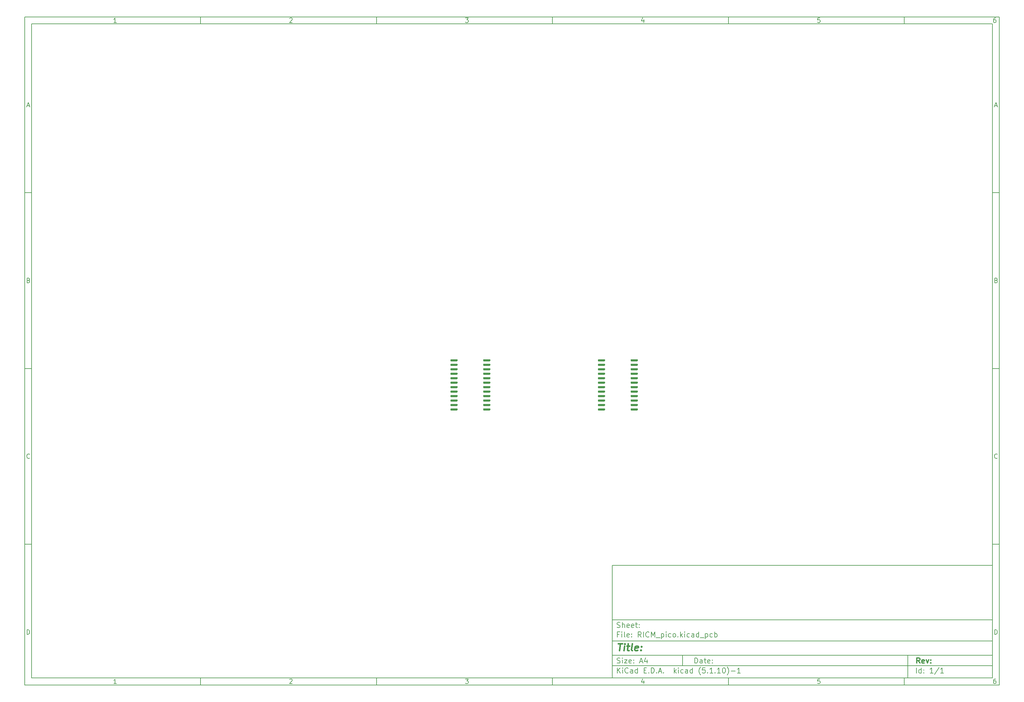
<source format=gtp>
%TF.GenerationSoftware,KiCad,Pcbnew,(5.1.10)-1*%
%TF.CreationDate,2021-08-13T19:33:17-04:00*%
%TF.ProjectId,RICM_pico,5249434d-5f70-4696-936f-2e6b69636164,rev?*%
%TF.SameCoordinates,Original*%
%TF.FileFunction,Paste,Top*%
%TF.FilePolarity,Positive*%
%FSLAX46Y46*%
G04 Gerber Fmt 4.6, Leading zero omitted, Abs format (unit mm)*
G04 Created by KiCad (PCBNEW (5.1.10)-1) date 2021-08-13 19:33:17*
%MOMM*%
%LPD*%
G01*
G04 APERTURE LIST*
%ADD10C,0.100000*%
%ADD11C,0.150000*%
%ADD12C,0.300000*%
%ADD13C,0.400000*%
G04 APERTURE END LIST*
D10*
D11*
X177002200Y-166007200D02*
X177002200Y-198007200D01*
X285002200Y-198007200D01*
X285002200Y-166007200D01*
X177002200Y-166007200D01*
D10*
D11*
X10000000Y-10000000D02*
X10000000Y-200007200D01*
X287002200Y-200007200D01*
X287002200Y-10000000D01*
X10000000Y-10000000D01*
D10*
D11*
X12000000Y-12000000D02*
X12000000Y-198007200D01*
X285002200Y-198007200D01*
X285002200Y-12000000D01*
X12000000Y-12000000D01*
D10*
D11*
X60000000Y-12000000D02*
X60000000Y-10000000D01*
D10*
D11*
X110000000Y-12000000D02*
X110000000Y-10000000D01*
D10*
D11*
X160000000Y-12000000D02*
X160000000Y-10000000D01*
D10*
D11*
X210000000Y-12000000D02*
X210000000Y-10000000D01*
D10*
D11*
X260000000Y-12000000D02*
X260000000Y-10000000D01*
D10*
D11*
X36065476Y-11588095D02*
X35322619Y-11588095D01*
X35694047Y-11588095D02*
X35694047Y-10288095D01*
X35570238Y-10473809D01*
X35446428Y-10597619D01*
X35322619Y-10659523D01*
D10*
D11*
X85322619Y-10411904D02*
X85384523Y-10350000D01*
X85508333Y-10288095D01*
X85817857Y-10288095D01*
X85941666Y-10350000D01*
X86003571Y-10411904D01*
X86065476Y-10535714D01*
X86065476Y-10659523D01*
X86003571Y-10845238D01*
X85260714Y-11588095D01*
X86065476Y-11588095D01*
D10*
D11*
X135260714Y-10288095D02*
X136065476Y-10288095D01*
X135632142Y-10783333D01*
X135817857Y-10783333D01*
X135941666Y-10845238D01*
X136003571Y-10907142D01*
X136065476Y-11030952D01*
X136065476Y-11340476D01*
X136003571Y-11464285D01*
X135941666Y-11526190D01*
X135817857Y-11588095D01*
X135446428Y-11588095D01*
X135322619Y-11526190D01*
X135260714Y-11464285D01*
D10*
D11*
X185941666Y-10721428D02*
X185941666Y-11588095D01*
X185632142Y-10226190D02*
X185322619Y-11154761D01*
X186127380Y-11154761D01*
D10*
D11*
X236003571Y-10288095D02*
X235384523Y-10288095D01*
X235322619Y-10907142D01*
X235384523Y-10845238D01*
X235508333Y-10783333D01*
X235817857Y-10783333D01*
X235941666Y-10845238D01*
X236003571Y-10907142D01*
X236065476Y-11030952D01*
X236065476Y-11340476D01*
X236003571Y-11464285D01*
X235941666Y-11526190D01*
X235817857Y-11588095D01*
X235508333Y-11588095D01*
X235384523Y-11526190D01*
X235322619Y-11464285D01*
D10*
D11*
X285941666Y-10288095D02*
X285694047Y-10288095D01*
X285570238Y-10350000D01*
X285508333Y-10411904D01*
X285384523Y-10597619D01*
X285322619Y-10845238D01*
X285322619Y-11340476D01*
X285384523Y-11464285D01*
X285446428Y-11526190D01*
X285570238Y-11588095D01*
X285817857Y-11588095D01*
X285941666Y-11526190D01*
X286003571Y-11464285D01*
X286065476Y-11340476D01*
X286065476Y-11030952D01*
X286003571Y-10907142D01*
X285941666Y-10845238D01*
X285817857Y-10783333D01*
X285570238Y-10783333D01*
X285446428Y-10845238D01*
X285384523Y-10907142D01*
X285322619Y-11030952D01*
D10*
D11*
X60000000Y-198007200D02*
X60000000Y-200007200D01*
D10*
D11*
X110000000Y-198007200D02*
X110000000Y-200007200D01*
D10*
D11*
X160000000Y-198007200D02*
X160000000Y-200007200D01*
D10*
D11*
X210000000Y-198007200D02*
X210000000Y-200007200D01*
D10*
D11*
X260000000Y-198007200D02*
X260000000Y-200007200D01*
D10*
D11*
X36065476Y-199595295D02*
X35322619Y-199595295D01*
X35694047Y-199595295D02*
X35694047Y-198295295D01*
X35570238Y-198481009D01*
X35446428Y-198604819D01*
X35322619Y-198666723D01*
D10*
D11*
X85322619Y-198419104D02*
X85384523Y-198357200D01*
X85508333Y-198295295D01*
X85817857Y-198295295D01*
X85941666Y-198357200D01*
X86003571Y-198419104D01*
X86065476Y-198542914D01*
X86065476Y-198666723D01*
X86003571Y-198852438D01*
X85260714Y-199595295D01*
X86065476Y-199595295D01*
D10*
D11*
X135260714Y-198295295D02*
X136065476Y-198295295D01*
X135632142Y-198790533D01*
X135817857Y-198790533D01*
X135941666Y-198852438D01*
X136003571Y-198914342D01*
X136065476Y-199038152D01*
X136065476Y-199347676D01*
X136003571Y-199471485D01*
X135941666Y-199533390D01*
X135817857Y-199595295D01*
X135446428Y-199595295D01*
X135322619Y-199533390D01*
X135260714Y-199471485D01*
D10*
D11*
X185941666Y-198728628D02*
X185941666Y-199595295D01*
X185632142Y-198233390D02*
X185322619Y-199161961D01*
X186127380Y-199161961D01*
D10*
D11*
X236003571Y-198295295D02*
X235384523Y-198295295D01*
X235322619Y-198914342D01*
X235384523Y-198852438D01*
X235508333Y-198790533D01*
X235817857Y-198790533D01*
X235941666Y-198852438D01*
X236003571Y-198914342D01*
X236065476Y-199038152D01*
X236065476Y-199347676D01*
X236003571Y-199471485D01*
X235941666Y-199533390D01*
X235817857Y-199595295D01*
X235508333Y-199595295D01*
X235384523Y-199533390D01*
X235322619Y-199471485D01*
D10*
D11*
X285941666Y-198295295D02*
X285694047Y-198295295D01*
X285570238Y-198357200D01*
X285508333Y-198419104D01*
X285384523Y-198604819D01*
X285322619Y-198852438D01*
X285322619Y-199347676D01*
X285384523Y-199471485D01*
X285446428Y-199533390D01*
X285570238Y-199595295D01*
X285817857Y-199595295D01*
X285941666Y-199533390D01*
X286003571Y-199471485D01*
X286065476Y-199347676D01*
X286065476Y-199038152D01*
X286003571Y-198914342D01*
X285941666Y-198852438D01*
X285817857Y-198790533D01*
X285570238Y-198790533D01*
X285446428Y-198852438D01*
X285384523Y-198914342D01*
X285322619Y-199038152D01*
D10*
D11*
X10000000Y-60000000D02*
X12000000Y-60000000D01*
D10*
D11*
X10000000Y-110000000D02*
X12000000Y-110000000D01*
D10*
D11*
X10000000Y-160000000D02*
X12000000Y-160000000D01*
D10*
D11*
X10690476Y-35216666D02*
X11309523Y-35216666D01*
X10566666Y-35588095D02*
X11000000Y-34288095D01*
X11433333Y-35588095D01*
D10*
D11*
X11092857Y-84907142D02*
X11278571Y-84969047D01*
X11340476Y-85030952D01*
X11402380Y-85154761D01*
X11402380Y-85340476D01*
X11340476Y-85464285D01*
X11278571Y-85526190D01*
X11154761Y-85588095D01*
X10659523Y-85588095D01*
X10659523Y-84288095D01*
X11092857Y-84288095D01*
X11216666Y-84350000D01*
X11278571Y-84411904D01*
X11340476Y-84535714D01*
X11340476Y-84659523D01*
X11278571Y-84783333D01*
X11216666Y-84845238D01*
X11092857Y-84907142D01*
X10659523Y-84907142D01*
D10*
D11*
X11402380Y-135464285D02*
X11340476Y-135526190D01*
X11154761Y-135588095D01*
X11030952Y-135588095D01*
X10845238Y-135526190D01*
X10721428Y-135402380D01*
X10659523Y-135278571D01*
X10597619Y-135030952D01*
X10597619Y-134845238D01*
X10659523Y-134597619D01*
X10721428Y-134473809D01*
X10845238Y-134350000D01*
X11030952Y-134288095D01*
X11154761Y-134288095D01*
X11340476Y-134350000D01*
X11402380Y-134411904D01*
D10*
D11*
X10659523Y-185588095D02*
X10659523Y-184288095D01*
X10969047Y-184288095D01*
X11154761Y-184350000D01*
X11278571Y-184473809D01*
X11340476Y-184597619D01*
X11402380Y-184845238D01*
X11402380Y-185030952D01*
X11340476Y-185278571D01*
X11278571Y-185402380D01*
X11154761Y-185526190D01*
X10969047Y-185588095D01*
X10659523Y-185588095D01*
D10*
D11*
X287002200Y-60000000D02*
X285002200Y-60000000D01*
D10*
D11*
X287002200Y-110000000D02*
X285002200Y-110000000D01*
D10*
D11*
X287002200Y-160000000D02*
X285002200Y-160000000D01*
D10*
D11*
X285692676Y-35216666D02*
X286311723Y-35216666D01*
X285568866Y-35588095D02*
X286002200Y-34288095D01*
X286435533Y-35588095D01*
D10*
D11*
X286095057Y-84907142D02*
X286280771Y-84969047D01*
X286342676Y-85030952D01*
X286404580Y-85154761D01*
X286404580Y-85340476D01*
X286342676Y-85464285D01*
X286280771Y-85526190D01*
X286156961Y-85588095D01*
X285661723Y-85588095D01*
X285661723Y-84288095D01*
X286095057Y-84288095D01*
X286218866Y-84350000D01*
X286280771Y-84411904D01*
X286342676Y-84535714D01*
X286342676Y-84659523D01*
X286280771Y-84783333D01*
X286218866Y-84845238D01*
X286095057Y-84907142D01*
X285661723Y-84907142D01*
D10*
D11*
X286404580Y-135464285D02*
X286342676Y-135526190D01*
X286156961Y-135588095D01*
X286033152Y-135588095D01*
X285847438Y-135526190D01*
X285723628Y-135402380D01*
X285661723Y-135278571D01*
X285599819Y-135030952D01*
X285599819Y-134845238D01*
X285661723Y-134597619D01*
X285723628Y-134473809D01*
X285847438Y-134350000D01*
X286033152Y-134288095D01*
X286156961Y-134288095D01*
X286342676Y-134350000D01*
X286404580Y-134411904D01*
D10*
D11*
X285661723Y-185588095D02*
X285661723Y-184288095D01*
X285971247Y-184288095D01*
X286156961Y-184350000D01*
X286280771Y-184473809D01*
X286342676Y-184597619D01*
X286404580Y-184845238D01*
X286404580Y-185030952D01*
X286342676Y-185278571D01*
X286280771Y-185402380D01*
X286156961Y-185526190D01*
X285971247Y-185588095D01*
X285661723Y-185588095D01*
D10*
D11*
X200434342Y-193785771D02*
X200434342Y-192285771D01*
X200791485Y-192285771D01*
X201005771Y-192357200D01*
X201148628Y-192500057D01*
X201220057Y-192642914D01*
X201291485Y-192928628D01*
X201291485Y-193142914D01*
X201220057Y-193428628D01*
X201148628Y-193571485D01*
X201005771Y-193714342D01*
X200791485Y-193785771D01*
X200434342Y-193785771D01*
X202577200Y-193785771D02*
X202577200Y-193000057D01*
X202505771Y-192857200D01*
X202362914Y-192785771D01*
X202077200Y-192785771D01*
X201934342Y-192857200D01*
X202577200Y-193714342D02*
X202434342Y-193785771D01*
X202077200Y-193785771D01*
X201934342Y-193714342D01*
X201862914Y-193571485D01*
X201862914Y-193428628D01*
X201934342Y-193285771D01*
X202077200Y-193214342D01*
X202434342Y-193214342D01*
X202577200Y-193142914D01*
X203077200Y-192785771D02*
X203648628Y-192785771D01*
X203291485Y-192285771D02*
X203291485Y-193571485D01*
X203362914Y-193714342D01*
X203505771Y-193785771D01*
X203648628Y-193785771D01*
X204720057Y-193714342D02*
X204577200Y-193785771D01*
X204291485Y-193785771D01*
X204148628Y-193714342D01*
X204077200Y-193571485D01*
X204077200Y-193000057D01*
X204148628Y-192857200D01*
X204291485Y-192785771D01*
X204577200Y-192785771D01*
X204720057Y-192857200D01*
X204791485Y-193000057D01*
X204791485Y-193142914D01*
X204077200Y-193285771D01*
X205434342Y-193642914D02*
X205505771Y-193714342D01*
X205434342Y-193785771D01*
X205362914Y-193714342D01*
X205434342Y-193642914D01*
X205434342Y-193785771D01*
X205434342Y-192857200D02*
X205505771Y-192928628D01*
X205434342Y-193000057D01*
X205362914Y-192928628D01*
X205434342Y-192857200D01*
X205434342Y-193000057D01*
D10*
D11*
X177002200Y-194507200D02*
X285002200Y-194507200D01*
D10*
D11*
X178434342Y-196585771D02*
X178434342Y-195085771D01*
X179291485Y-196585771D02*
X178648628Y-195728628D01*
X179291485Y-195085771D02*
X178434342Y-195942914D01*
X179934342Y-196585771D02*
X179934342Y-195585771D01*
X179934342Y-195085771D02*
X179862914Y-195157200D01*
X179934342Y-195228628D01*
X180005771Y-195157200D01*
X179934342Y-195085771D01*
X179934342Y-195228628D01*
X181505771Y-196442914D02*
X181434342Y-196514342D01*
X181220057Y-196585771D01*
X181077200Y-196585771D01*
X180862914Y-196514342D01*
X180720057Y-196371485D01*
X180648628Y-196228628D01*
X180577200Y-195942914D01*
X180577200Y-195728628D01*
X180648628Y-195442914D01*
X180720057Y-195300057D01*
X180862914Y-195157200D01*
X181077200Y-195085771D01*
X181220057Y-195085771D01*
X181434342Y-195157200D01*
X181505771Y-195228628D01*
X182791485Y-196585771D02*
X182791485Y-195800057D01*
X182720057Y-195657200D01*
X182577200Y-195585771D01*
X182291485Y-195585771D01*
X182148628Y-195657200D01*
X182791485Y-196514342D02*
X182648628Y-196585771D01*
X182291485Y-196585771D01*
X182148628Y-196514342D01*
X182077200Y-196371485D01*
X182077200Y-196228628D01*
X182148628Y-196085771D01*
X182291485Y-196014342D01*
X182648628Y-196014342D01*
X182791485Y-195942914D01*
X184148628Y-196585771D02*
X184148628Y-195085771D01*
X184148628Y-196514342D02*
X184005771Y-196585771D01*
X183720057Y-196585771D01*
X183577200Y-196514342D01*
X183505771Y-196442914D01*
X183434342Y-196300057D01*
X183434342Y-195871485D01*
X183505771Y-195728628D01*
X183577200Y-195657200D01*
X183720057Y-195585771D01*
X184005771Y-195585771D01*
X184148628Y-195657200D01*
X186005771Y-195800057D02*
X186505771Y-195800057D01*
X186720057Y-196585771D02*
X186005771Y-196585771D01*
X186005771Y-195085771D01*
X186720057Y-195085771D01*
X187362914Y-196442914D02*
X187434342Y-196514342D01*
X187362914Y-196585771D01*
X187291485Y-196514342D01*
X187362914Y-196442914D01*
X187362914Y-196585771D01*
X188077200Y-196585771D02*
X188077200Y-195085771D01*
X188434342Y-195085771D01*
X188648628Y-195157200D01*
X188791485Y-195300057D01*
X188862914Y-195442914D01*
X188934342Y-195728628D01*
X188934342Y-195942914D01*
X188862914Y-196228628D01*
X188791485Y-196371485D01*
X188648628Y-196514342D01*
X188434342Y-196585771D01*
X188077200Y-196585771D01*
X189577200Y-196442914D02*
X189648628Y-196514342D01*
X189577200Y-196585771D01*
X189505771Y-196514342D01*
X189577200Y-196442914D01*
X189577200Y-196585771D01*
X190220057Y-196157200D02*
X190934342Y-196157200D01*
X190077200Y-196585771D02*
X190577200Y-195085771D01*
X191077200Y-196585771D01*
X191577200Y-196442914D02*
X191648628Y-196514342D01*
X191577200Y-196585771D01*
X191505771Y-196514342D01*
X191577200Y-196442914D01*
X191577200Y-196585771D01*
X194577200Y-196585771D02*
X194577200Y-195085771D01*
X194720057Y-196014342D02*
X195148628Y-196585771D01*
X195148628Y-195585771D02*
X194577200Y-196157200D01*
X195791485Y-196585771D02*
X195791485Y-195585771D01*
X195791485Y-195085771D02*
X195720057Y-195157200D01*
X195791485Y-195228628D01*
X195862914Y-195157200D01*
X195791485Y-195085771D01*
X195791485Y-195228628D01*
X197148628Y-196514342D02*
X197005771Y-196585771D01*
X196720057Y-196585771D01*
X196577200Y-196514342D01*
X196505771Y-196442914D01*
X196434342Y-196300057D01*
X196434342Y-195871485D01*
X196505771Y-195728628D01*
X196577200Y-195657200D01*
X196720057Y-195585771D01*
X197005771Y-195585771D01*
X197148628Y-195657200D01*
X198434342Y-196585771D02*
X198434342Y-195800057D01*
X198362914Y-195657200D01*
X198220057Y-195585771D01*
X197934342Y-195585771D01*
X197791485Y-195657200D01*
X198434342Y-196514342D02*
X198291485Y-196585771D01*
X197934342Y-196585771D01*
X197791485Y-196514342D01*
X197720057Y-196371485D01*
X197720057Y-196228628D01*
X197791485Y-196085771D01*
X197934342Y-196014342D01*
X198291485Y-196014342D01*
X198434342Y-195942914D01*
X199791485Y-196585771D02*
X199791485Y-195085771D01*
X199791485Y-196514342D02*
X199648628Y-196585771D01*
X199362914Y-196585771D01*
X199220057Y-196514342D01*
X199148628Y-196442914D01*
X199077200Y-196300057D01*
X199077200Y-195871485D01*
X199148628Y-195728628D01*
X199220057Y-195657200D01*
X199362914Y-195585771D01*
X199648628Y-195585771D01*
X199791485Y-195657200D01*
X202077200Y-197157200D02*
X202005771Y-197085771D01*
X201862914Y-196871485D01*
X201791485Y-196728628D01*
X201720057Y-196514342D01*
X201648628Y-196157200D01*
X201648628Y-195871485D01*
X201720057Y-195514342D01*
X201791485Y-195300057D01*
X201862914Y-195157200D01*
X202005771Y-194942914D01*
X202077200Y-194871485D01*
X203362914Y-195085771D02*
X202648628Y-195085771D01*
X202577200Y-195800057D01*
X202648628Y-195728628D01*
X202791485Y-195657200D01*
X203148628Y-195657200D01*
X203291485Y-195728628D01*
X203362914Y-195800057D01*
X203434342Y-195942914D01*
X203434342Y-196300057D01*
X203362914Y-196442914D01*
X203291485Y-196514342D01*
X203148628Y-196585771D01*
X202791485Y-196585771D01*
X202648628Y-196514342D01*
X202577200Y-196442914D01*
X204077200Y-196442914D02*
X204148628Y-196514342D01*
X204077200Y-196585771D01*
X204005771Y-196514342D01*
X204077200Y-196442914D01*
X204077200Y-196585771D01*
X205577200Y-196585771D02*
X204720057Y-196585771D01*
X205148628Y-196585771D02*
X205148628Y-195085771D01*
X205005771Y-195300057D01*
X204862914Y-195442914D01*
X204720057Y-195514342D01*
X206220057Y-196442914D02*
X206291485Y-196514342D01*
X206220057Y-196585771D01*
X206148628Y-196514342D01*
X206220057Y-196442914D01*
X206220057Y-196585771D01*
X207720057Y-196585771D02*
X206862914Y-196585771D01*
X207291485Y-196585771D02*
X207291485Y-195085771D01*
X207148628Y-195300057D01*
X207005771Y-195442914D01*
X206862914Y-195514342D01*
X208648628Y-195085771D02*
X208791485Y-195085771D01*
X208934342Y-195157200D01*
X209005771Y-195228628D01*
X209077200Y-195371485D01*
X209148628Y-195657200D01*
X209148628Y-196014342D01*
X209077200Y-196300057D01*
X209005771Y-196442914D01*
X208934342Y-196514342D01*
X208791485Y-196585771D01*
X208648628Y-196585771D01*
X208505771Y-196514342D01*
X208434342Y-196442914D01*
X208362914Y-196300057D01*
X208291485Y-196014342D01*
X208291485Y-195657200D01*
X208362914Y-195371485D01*
X208434342Y-195228628D01*
X208505771Y-195157200D01*
X208648628Y-195085771D01*
X209648628Y-197157200D02*
X209720057Y-197085771D01*
X209862914Y-196871485D01*
X209934342Y-196728628D01*
X210005771Y-196514342D01*
X210077200Y-196157200D01*
X210077200Y-195871485D01*
X210005771Y-195514342D01*
X209934342Y-195300057D01*
X209862914Y-195157200D01*
X209720057Y-194942914D01*
X209648628Y-194871485D01*
X210791485Y-196014342D02*
X211934342Y-196014342D01*
X213434342Y-196585771D02*
X212577200Y-196585771D01*
X213005771Y-196585771D02*
X213005771Y-195085771D01*
X212862914Y-195300057D01*
X212720057Y-195442914D01*
X212577200Y-195514342D01*
D10*
D11*
X177002200Y-191507200D02*
X285002200Y-191507200D01*
D10*
D12*
X264411485Y-193785771D02*
X263911485Y-193071485D01*
X263554342Y-193785771D02*
X263554342Y-192285771D01*
X264125771Y-192285771D01*
X264268628Y-192357200D01*
X264340057Y-192428628D01*
X264411485Y-192571485D01*
X264411485Y-192785771D01*
X264340057Y-192928628D01*
X264268628Y-193000057D01*
X264125771Y-193071485D01*
X263554342Y-193071485D01*
X265625771Y-193714342D02*
X265482914Y-193785771D01*
X265197200Y-193785771D01*
X265054342Y-193714342D01*
X264982914Y-193571485D01*
X264982914Y-193000057D01*
X265054342Y-192857200D01*
X265197200Y-192785771D01*
X265482914Y-192785771D01*
X265625771Y-192857200D01*
X265697200Y-193000057D01*
X265697200Y-193142914D01*
X264982914Y-193285771D01*
X266197200Y-192785771D02*
X266554342Y-193785771D01*
X266911485Y-192785771D01*
X267482914Y-193642914D02*
X267554342Y-193714342D01*
X267482914Y-193785771D01*
X267411485Y-193714342D01*
X267482914Y-193642914D01*
X267482914Y-193785771D01*
X267482914Y-192857200D02*
X267554342Y-192928628D01*
X267482914Y-193000057D01*
X267411485Y-192928628D01*
X267482914Y-192857200D01*
X267482914Y-193000057D01*
D10*
D11*
X178362914Y-193714342D02*
X178577200Y-193785771D01*
X178934342Y-193785771D01*
X179077200Y-193714342D01*
X179148628Y-193642914D01*
X179220057Y-193500057D01*
X179220057Y-193357200D01*
X179148628Y-193214342D01*
X179077200Y-193142914D01*
X178934342Y-193071485D01*
X178648628Y-193000057D01*
X178505771Y-192928628D01*
X178434342Y-192857200D01*
X178362914Y-192714342D01*
X178362914Y-192571485D01*
X178434342Y-192428628D01*
X178505771Y-192357200D01*
X178648628Y-192285771D01*
X179005771Y-192285771D01*
X179220057Y-192357200D01*
X179862914Y-193785771D02*
X179862914Y-192785771D01*
X179862914Y-192285771D02*
X179791485Y-192357200D01*
X179862914Y-192428628D01*
X179934342Y-192357200D01*
X179862914Y-192285771D01*
X179862914Y-192428628D01*
X180434342Y-192785771D02*
X181220057Y-192785771D01*
X180434342Y-193785771D01*
X181220057Y-193785771D01*
X182362914Y-193714342D02*
X182220057Y-193785771D01*
X181934342Y-193785771D01*
X181791485Y-193714342D01*
X181720057Y-193571485D01*
X181720057Y-193000057D01*
X181791485Y-192857200D01*
X181934342Y-192785771D01*
X182220057Y-192785771D01*
X182362914Y-192857200D01*
X182434342Y-193000057D01*
X182434342Y-193142914D01*
X181720057Y-193285771D01*
X183077200Y-193642914D02*
X183148628Y-193714342D01*
X183077200Y-193785771D01*
X183005771Y-193714342D01*
X183077200Y-193642914D01*
X183077200Y-193785771D01*
X183077200Y-192857200D02*
X183148628Y-192928628D01*
X183077200Y-193000057D01*
X183005771Y-192928628D01*
X183077200Y-192857200D01*
X183077200Y-193000057D01*
X184862914Y-193357200D02*
X185577200Y-193357200D01*
X184720057Y-193785771D02*
X185220057Y-192285771D01*
X185720057Y-193785771D01*
X186862914Y-192785771D02*
X186862914Y-193785771D01*
X186505771Y-192214342D02*
X186148628Y-193285771D01*
X187077200Y-193285771D01*
D10*
D11*
X263434342Y-196585771D02*
X263434342Y-195085771D01*
X264791485Y-196585771D02*
X264791485Y-195085771D01*
X264791485Y-196514342D02*
X264648628Y-196585771D01*
X264362914Y-196585771D01*
X264220057Y-196514342D01*
X264148628Y-196442914D01*
X264077200Y-196300057D01*
X264077200Y-195871485D01*
X264148628Y-195728628D01*
X264220057Y-195657200D01*
X264362914Y-195585771D01*
X264648628Y-195585771D01*
X264791485Y-195657200D01*
X265505771Y-196442914D02*
X265577200Y-196514342D01*
X265505771Y-196585771D01*
X265434342Y-196514342D01*
X265505771Y-196442914D01*
X265505771Y-196585771D01*
X265505771Y-195657200D02*
X265577200Y-195728628D01*
X265505771Y-195800057D01*
X265434342Y-195728628D01*
X265505771Y-195657200D01*
X265505771Y-195800057D01*
X268148628Y-196585771D02*
X267291485Y-196585771D01*
X267720057Y-196585771D02*
X267720057Y-195085771D01*
X267577200Y-195300057D01*
X267434342Y-195442914D01*
X267291485Y-195514342D01*
X269862914Y-195014342D02*
X268577200Y-196942914D01*
X271148628Y-196585771D02*
X270291485Y-196585771D01*
X270720057Y-196585771D02*
X270720057Y-195085771D01*
X270577200Y-195300057D01*
X270434342Y-195442914D01*
X270291485Y-195514342D01*
D10*
D11*
X177002200Y-187507200D02*
X285002200Y-187507200D01*
D10*
D13*
X178714580Y-188211961D02*
X179857438Y-188211961D01*
X179036009Y-190211961D02*
X179286009Y-188211961D01*
X180274104Y-190211961D02*
X180440771Y-188878628D01*
X180524104Y-188211961D02*
X180416961Y-188307200D01*
X180500295Y-188402438D01*
X180607438Y-188307200D01*
X180524104Y-188211961D01*
X180500295Y-188402438D01*
X181107438Y-188878628D02*
X181869342Y-188878628D01*
X181476485Y-188211961D02*
X181262200Y-189926247D01*
X181333628Y-190116723D01*
X181512200Y-190211961D01*
X181702676Y-190211961D01*
X182655057Y-190211961D02*
X182476485Y-190116723D01*
X182405057Y-189926247D01*
X182619342Y-188211961D01*
X184190771Y-190116723D02*
X183988390Y-190211961D01*
X183607438Y-190211961D01*
X183428866Y-190116723D01*
X183357438Y-189926247D01*
X183452676Y-189164342D01*
X183571723Y-188973866D01*
X183774104Y-188878628D01*
X184155057Y-188878628D01*
X184333628Y-188973866D01*
X184405057Y-189164342D01*
X184381247Y-189354819D01*
X183405057Y-189545295D01*
X185155057Y-190021485D02*
X185238390Y-190116723D01*
X185131247Y-190211961D01*
X185047914Y-190116723D01*
X185155057Y-190021485D01*
X185131247Y-190211961D01*
X185286009Y-188973866D02*
X185369342Y-189069104D01*
X185262200Y-189164342D01*
X185178866Y-189069104D01*
X185286009Y-188973866D01*
X185262200Y-189164342D01*
D10*
D11*
X178934342Y-185600057D02*
X178434342Y-185600057D01*
X178434342Y-186385771D02*
X178434342Y-184885771D01*
X179148628Y-184885771D01*
X179720057Y-186385771D02*
X179720057Y-185385771D01*
X179720057Y-184885771D02*
X179648628Y-184957200D01*
X179720057Y-185028628D01*
X179791485Y-184957200D01*
X179720057Y-184885771D01*
X179720057Y-185028628D01*
X180648628Y-186385771D02*
X180505771Y-186314342D01*
X180434342Y-186171485D01*
X180434342Y-184885771D01*
X181791485Y-186314342D02*
X181648628Y-186385771D01*
X181362914Y-186385771D01*
X181220057Y-186314342D01*
X181148628Y-186171485D01*
X181148628Y-185600057D01*
X181220057Y-185457200D01*
X181362914Y-185385771D01*
X181648628Y-185385771D01*
X181791485Y-185457200D01*
X181862914Y-185600057D01*
X181862914Y-185742914D01*
X181148628Y-185885771D01*
X182505771Y-186242914D02*
X182577200Y-186314342D01*
X182505771Y-186385771D01*
X182434342Y-186314342D01*
X182505771Y-186242914D01*
X182505771Y-186385771D01*
X182505771Y-185457200D02*
X182577200Y-185528628D01*
X182505771Y-185600057D01*
X182434342Y-185528628D01*
X182505771Y-185457200D01*
X182505771Y-185600057D01*
X185220057Y-186385771D02*
X184720057Y-185671485D01*
X184362914Y-186385771D02*
X184362914Y-184885771D01*
X184934342Y-184885771D01*
X185077200Y-184957200D01*
X185148628Y-185028628D01*
X185220057Y-185171485D01*
X185220057Y-185385771D01*
X185148628Y-185528628D01*
X185077200Y-185600057D01*
X184934342Y-185671485D01*
X184362914Y-185671485D01*
X185862914Y-186385771D02*
X185862914Y-184885771D01*
X187434342Y-186242914D02*
X187362914Y-186314342D01*
X187148628Y-186385771D01*
X187005771Y-186385771D01*
X186791485Y-186314342D01*
X186648628Y-186171485D01*
X186577200Y-186028628D01*
X186505771Y-185742914D01*
X186505771Y-185528628D01*
X186577200Y-185242914D01*
X186648628Y-185100057D01*
X186791485Y-184957200D01*
X187005771Y-184885771D01*
X187148628Y-184885771D01*
X187362914Y-184957200D01*
X187434342Y-185028628D01*
X188077200Y-186385771D02*
X188077200Y-184885771D01*
X188577200Y-185957200D01*
X189077200Y-184885771D01*
X189077200Y-186385771D01*
X189434342Y-186528628D02*
X190577200Y-186528628D01*
X190934342Y-185385771D02*
X190934342Y-186885771D01*
X190934342Y-185457200D02*
X191077200Y-185385771D01*
X191362914Y-185385771D01*
X191505771Y-185457200D01*
X191577200Y-185528628D01*
X191648628Y-185671485D01*
X191648628Y-186100057D01*
X191577200Y-186242914D01*
X191505771Y-186314342D01*
X191362914Y-186385771D01*
X191077200Y-186385771D01*
X190934342Y-186314342D01*
X192291485Y-186385771D02*
X192291485Y-185385771D01*
X192291485Y-184885771D02*
X192220057Y-184957200D01*
X192291485Y-185028628D01*
X192362914Y-184957200D01*
X192291485Y-184885771D01*
X192291485Y-185028628D01*
X193648628Y-186314342D02*
X193505771Y-186385771D01*
X193220057Y-186385771D01*
X193077200Y-186314342D01*
X193005771Y-186242914D01*
X192934342Y-186100057D01*
X192934342Y-185671485D01*
X193005771Y-185528628D01*
X193077200Y-185457200D01*
X193220057Y-185385771D01*
X193505771Y-185385771D01*
X193648628Y-185457200D01*
X194505771Y-186385771D02*
X194362914Y-186314342D01*
X194291485Y-186242914D01*
X194220057Y-186100057D01*
X194220057Y-185671485D01*
X194291485Y-185528628D01*
X194362914Y-185457200D01*
X194505771Y-185385771D01*
X194720057Y-185385771D01*
X194862914Y-185457200D01*
X194934342Y-185528628D01*
X195005771Y-185671485D01*
X195005771Y-186100057D01*
X194934342Y-186242914D01*
X194862914Y-186314342D01*
X194720057Y-186385771D01*
X194505771Y-186385771D01*
X195648628Y-186242914D02*
X195720057Y-186314342D01*
X195648628Y-186385771D01*
X195577200Y-186314342D01*
X195648628Y-186242914D01*
X195648628Y-186385771D01*
X196362914Y-186385771D02*
X196362914Y-184885771D01*
X196505771Y-185814342D02*
X196934342Y-186385771D01*
X196934342Y-185385771D02*
X196362914Y-185957200D01*
X197577200Y-186385771D02*
X197577200Y-185385771D01*
X197577200Y-184885771D02*
X197505771Y-184957200D01*
X197577200Y-185028628D01*
X197648628Y-184957200D01*
X197577200Y-184885771D01*
X197577200Y-185028628D01*
X198934342Y-186314342D02*
X198791485Y-186385771D01*
X198505771Y-186385771D01*
X198362914Y-186314342D01*
X198291485Y-186242914D01*
X198220057Y-186100057D01*
X198220057Y-185671485D01*
X198291485Y-185528628D01*
X198362914Y-185457200D01*
X198505771Y-185385771D01*
X198791485Y-185385771D01*
X198934342Y-185457200D01*
X200220057Y-186385771D02*
X200220057Y-185600057D01*
X200148628Y-185457200D01*
X200005771Y-185385771D01*
X199720057Y-185385771D01*
X199577200Y-185457200D01*
X200220057Y-186314342D02*
X200077200Y-186385771D01*
X199720057Y-186385771D01*
X199577200Y-186314342D01*
X199505771Y-186171485D01*
X199505771Y-186028628D01*
X199577200Y-185885771D01*
X199720057Y-185814342D01*
X200077200Y-185814342D01*
X200220057Y-185742914D01*
X201577200Y-186385771D02*
X201577200Y-184885771D01*
X201577200Y-186314342D02*
X201434342Y-186385771D01*
X201148628Y-186385771D01*
X201005771Y-186314342D01*
X200934342Y-186242914D01*
X200862914Y-186100057D01*
X200862914Y-185671485D01*
X200934342Y-185528628D01*
X201005771Y-185457200D01*
X201148628Y-185385771D01*
X201434342Y-185385771D01*
X201577200Y-185457200D01*
X201934342Y-186528628D02*
X203077200Y-186528628D01*
X203434342Y-185385771D02*
X203434342Y-186885771D01*
X203434342Y-185457200D02*
X203577200Y-185385771D01*
X203862914Y-185385771D01*
X204005771Y-185457200D01*
X204077200Y-185528628D01*
X204148628Y-185671485D01*
X204148628Y-186100057D01*
X204077200Y-186242914D01*
X204005771Y-186314342D01*
X203862914Y-186385771D01*
X203577200Y-186385771D01*
X203434342Y-186314342D01*
X205434342Y-186314342D02*
X205291485Y-186385771D01*
X205005771Y-186385771D01*
X204862914Y-186314342D01*
X204791485Y-186242914D01*
X204720057Y-186100057D01*
X204720057Y-185671485D01*
X204791485Y-185528628D01*
X204862914Y-185457200D01*
X205005771Y-185385771D01*
X205291485Y-185385771D01*
X205434342Y-185457200D01*
X206077200Y-186385771D02*
X206077200Y-184885771D01*
X206077200Y-185457200D02*
X206220057Y-185385771D01*
X206505771Y-185385771D01*
X206648628Y-185457200D01*
X206720057Y-185528628D01*
X206791485Y-185671485D01*
X206791485Y-186100057D01*
X206720057Y-186242914D01*
X206648628Y-186314342D01*
X206505771Y-186385771D01*
X206220057Y-186385771D01*
X206077200Y-186314342D01*
D10*
D11*
X177002200Y-181507200D02*
X285002200Y-181507200D01*
D10*
D11*
X178362914Y-183614342D02*
X178577200Y-183685771D01*
X178934342Y-183685771D01*
X179077200Y-183614342D01*
X179148628Y-183542914D01*
X179220057Y-183400057D01*
X179220057Y-183257200D01*
X179148628Y-183114342D01*
X179077200Y-183042914D01*
X178934342Y-182971485D01*
X178648628Y-182900057D01*
X178505771Y-182828628D01*
X178434342Y-182757200D01*
X178362914Y-182614342D01*
X178362914Y-182471485D01*
X178434342Y-182328628D01*
X178505771Y-182257200D01*
X178648628Y-182185771D01*
X179005771Y-182185771D01*
X179220057Y-182257200D01*
X179862914Y-183685771D02*
X179862914Y-182185771D01*
X180505771Y-183685771D02*
X180505771Y-182900057D01*
X180434342Y-182757200D01*
X180291485Y-182685771D01*
X180077200Y-182685771D01*
X179934342Y-182757200D01*
X179862914Y-182828628D01*
X181791485Y-183614342D02*
X181648628Y-183685771D01*
X181362914Y-183685771D01*
X181220057Y-183614342D01*
X181148628Y-183471485D01*
X181148628Y-182900057D01*
X181220057Y-182757200D01*
X181362914Y-182685771D01*
X181648628Y-182685771D01*
X181791485Y-182757200D01*
X181862914Y-182900057D01*
X181862914Y-183042914D01*
X181148628Y-183185771D01*
X183077200Y-183614342D02*
X182934342Y-183685771D01*
X182648628Y-183685771D01*
X182505771Y-183614342D01*
X182434342Y-183471485D01*
X182434342Y-182900057D01*
X182505771Y-182757200D01*
X182648628Y-182685771D01*
X182934342Y-182685771D01*
X183077200Y-182757200D01*
X183148628Y-182900057D01*
X183148628Y-183042914D01*
X182434342Y-183185771D01*
X183577200Y-182685771D02*
X184148628Y-182685771D01*
X183791485Y-182185771D02*
X183791485Y-183471485D01*
X183862914Y-183614342D01*
X184005771Y-183685771D01*
X184148628Y-183685771D01*
X184648628Y-183542914D02*
X184720057Y-183614342D01*
X184648628Y-183685771D01*
X184577200Y-183614342D01*
X184648628Y-183542914D01*
X184648628Y-183685771D01*
X184648628Y-182757200D02*
X184720057Y-182828628D01*
X184648628Y-182900057D01*
X184577200Y-182828628D01*
X184648628Y-182757200D01*
X184648628Y-182900057D01*
D10*
D11*
X197002200Y-191507200D02*
X197002200Y-194507200D01*
D10*
D11*
X261002200Y-191507200D02*
X261002200Y-198007200D01*
%TO.C,U2*%
G36*
G01*
X174951000Y-121473000D02*
X174951000Y-121773000D01*
G75*
G02*
X174801000Y-121923000I-150000J0D01*
G01*
X173051000Y-121923000D01*
G75*
G02*
X172901000Y-121773000I0J150000D01*
G01*
X172901000Y-121473000D01*
G75*
G02*
X173051000Y-121323000I150000J0D01*
G01*
X174801000Y-121323000D01*
G75*
G02*
X174951000Y-121473000I0J-150000D01*
G01*
G37*
G36*
G01*
X174951000Y-120203000D02*
X174951000Y-120503000D01*
G75*
G02*
X174801000Y-120653000I-150000J0D01*
G01*
X173051000Y-120653000D01*
G75*
G02*
X172901000Y-120503000I0J150000D01*
G01*
X172901000Y-120203000D01*
G75*
G02*
X173051000Y-120053000I150000J0D01*
G01*
X174801000Y-120053000D01*
G75*
G02*
X174951000Y-120203000I0J-150000D01*
G01*
G37*
G36*
G01*
X174951000Y-118933000D02*
X174951000Y-119233000D01*
G75*
G02*
X174801000Y-119383000I-150000J0D01*
G01*
X173051000Y-119383000D01*
G75*
G02*
X172901000Y-119233000I0J150000D01*
G01*
X172901000Y-118933000D01*
G75*
G02*
X173051000Y-118783000I150000J0D01*
G01*
X174801000Y-118783000D01*
G75*
G02*
X174951000Y-118933000I0J-150000D01*
G01*
G37*
G36*
G01*
X174951000Y-117663000D02*
X174951000Y-117963000D01*
G75*
G02*
X174801000Y-118113000I-150000J0D01*
G01*
X173051000Y-118113000D01*
G75*
G02*
X172901000Y-117963000I0J150000D01*
G01*
X172901000Y-117663000D01*
G75*
G02*
X173051000Y-117513000I150000J0D01*
G01*
X174801000Y-117513000D01*
G75*
G02*
X174951000Y-117663000I0J-150000D01*
G01*
G37*
G36*
G01*
X174951000Y-116393000D02*
X174951000Y-116693000D01*
G75*
G02*
X174801000Y-116843000I-150000J0D01*
G01*
X173051000Y-116843000D01*
G75*
G02*
X172901000Y-116693000I0J150000D01*
G01*
X172901000Y-116393000D01*
G75*
G02*
X173051000Y-116243000I150000J0D01*
G01*
X174801000Y-116243000D01*
G75*
G02*
X174951000Y-116393000I0J-150000D01*
G01*
G37*
G36*
G01*
X174951000Y-115123000D02*
X174951000Y-115423000D01*
G75*
G02*
X174801000Y-115573000I-150000J0D01*
G01*
X173051000Y-115573000D01*
G75*
G02*
X172901000Y-115423000I0J150000D01*
G01*
X172901000Y-115123000D01*
G75*
G02*
X173051000Y-114973000I150000J0D01*
G01*
X174801000Y-114973000D01*
G75*
G02*
X174951000Y-115123000I0J-150000D01*
G01*
G37*
G36*
G01*
X174951000Y-113853000D02*
X174951000Y-114153000D01*
G75*
G02*
X174801000Y-114303000I-150000J0D01*
G01*
X173051000Y-114303000D01*
G75*
G02*
X172901000Y-114153000I0J150000D01*
G01*
X172901000Y-113853000D01*
G75*
G02*
X173051000Y-113703000I150000J0D01*
G01*
X174801000Y-113703000D01*
G75*
G02*
X174951000Y-113853000I0J-150000D01*
G01*
G37*
G36*
G01*
X174951000Y-112583000D02*
X174951000Y-112883000D01*
G75*
G02*
X174801000Y-113033000I-150000J0D01*
G01*
X173051000Y-113033000D01*
G75*
G02*
X172901000Y-112883000I0J150000D01*
G01*
X172901000Y-112583000D01*
G75*
G02*
X173051000Y-112433000I150000J0D01*
G01*
X174801000Y-112433000D01*
G75*
G02*
X174951000Y-112583000I0J-150000D01*
G01*
G37*
G36*
G01*
X174951000Y-111313000D02*
X174951000Y-111613000D01*
G75*
G02*
X174801000Y-111763000I-150000J0D01*
G01*
X173051000Y-111763000D01*
G75*
G02*
X172901000Y-111613000I0J150000D01*
G01*
X172901000Y-111313000D01*
G75*
G02*
X173051000Y-111163000I150000J0D01*
G01*
X174801000Y-111163000D01*
G75*
G02*
X174951000Y-111313000I0J-150000D01*
G01*
G37*
G36*
G01*
X174951000Y-110043000D02*
X174951000Y-110343000D01*
G75*
G02*
X174801000Y-110493000I-150000J0D01*
G01*
X173051000Y-110493000D01*
G75*
G02*
X172901000Y-110343000I0J150000D01*
G01*
X172901000Y-110043000D01*
G75*
G02*
X173051000Y-109893000I150000J0D01*
G01*
X174801000Y-109893000D01*
G75*
G02*
X174951000Y-110043000I0J-150000D01*
G01*
G37*
G36*
G01*
X174951000Y-108773000D02*
X174951000Y-109073000D01*
G75*
G02*
X174801000Y-109223000I-150000J0D01*
G01*
X173051000Y-109223000D01*
G75*
G02*
X172901000Y-109073000I0J150000D01*
G01*
X172901000Y-108773000D01*
G75*
G02*
X173051000Y-108623000I150000J0D01*
G01*
X174801000Y-108623000D01*
G75*
G02*
X174951000Y-108773000I0J-150000D01*
G01*
G37*
G36*
G01*
X174951000Y-107503000D02*
X174951000Y-107803000D01*
G75*
G02*
X174801000Y-107953000I-150000J0D01*
G01*
X173051000Y-107953000D01*
G75*
G02*
X172901000Y-107803000I0J150000D01*
G01*
X172901000Y-107503000D01*
G75*
G02*
X173051000Y-107353000I150000J0D01*
G01*
X174801000Y-107353000D01*
G75*
G02*
X174951000Y-107503000I0J-150000D01*
G01*
G37*
G36*
G01*
X184251000Y-107503000D02*
X184251000Y-107803000D01*
G75*
G02*
X184101000Y-107953000I-150000J0D01*
G01*
X182351000Y-107953000D01*
G75*
G02*
X182201000Y-107803000I0J150000D01*
G01*
X182201000Y-107503000D01*
G75*
G02*
X182351000Y-107353000I150000J0D01*
G01*
X184101000Y-107353000D01*
G75*
G02*
X184251000Y-107503000I0J-150000D01*
G01*
G37*
G36*
G01*
X184251000Y-108773000D02*
X184251000Y-109073000D01*
G75*
G02*
X184101000Y-109223000I-150000J0D01*
G01*
X182351000Y-109223000D01*
G75*
G02*
X182201000Y-109073000I0J150000D01*
G01*
X182201000Y-108773000D01*
G75*
G02*
X182351000Y-108623000I150000J0D01*
G01*
X184101000Y-108623000D01*
G75*
G02*
X184251000Y-108773000I0J-150000D01*
G01*
G37*
G36*
G01*
X184251000Y-110043000D02*
X184251000Y-110343000D01*
G75*
G02*
X184101000Y-110493000I-150000J0D01*
G01*
X182351000Y-110493000D01*
G75*
G02*
X182201000Y-110343000I0J150000D01*
G01*
X182201000Y-110043000D01*
G75*
G02*
X182351000Y-109893000I150000J0D01*
G01*
X184101000Y-109893000D01*
G75*
G02*
X184251000Y-110043000I0J-150000D01*
G01*
G37*
G36*
G01*
X184251000Y-111313000D02*
X184251000Y-111613000D01*
G75*
G02*
X184101000Y-111763000I-150000J0D01*
G01*
X182351000Y-111763000D01*
G75*
G02*
X182201000Y-111613000I0J150000D01*
G01*
X182201000Y-111313000D01*
G75*
G02*
X182351000Y-111163000I150000J0D01*
G01*
X184101000Y-111163000D01*
G75*
G02*
X184251000Y-111313000I0J-150000D01*
G01*
G37*
G36*
G01*
X184251000Y-112583000D02*
X184251000Y-112883000D01*
G75*
G02*
X184101000Y-113033000I-150000J0D01*
G01*
X182351000Y-113033000D01*
G75*
G02*
X182201000Y-112883000I0J150000D01*
G01*
X182201000Y-112583000D01*
G75*
G02*
X182351000Y-112433000I150000J0D01*
G01*
X184101000Y-112433000D01*
G75*
G02*
X184251000Y-112583000I0J-150000D01*
G01*
G37*
G36*
G01*
X184251000Y-113853000D02*
X184251000Y-114153000D01*
G75*
G02*
X184101000Y-114303000I-150000J0D01*
G01*
X182351000Y-114303000D01*
G75*
G02*
X182201000Y-114153000I0J150000D01*
G01*
X182201000Y-113853000D01*
G75*
G02*
X182351000Y-113703000I150000J0D01*
G01*
X184101000Y-113703000D01*
G75*
G02*
X184251000Y-113853000I0J-150000D01*
G01*
G37*
G36*
G01*
X184251000Y-115123000D02*
X184251000Y-115423000D01*
G75*
G02*
X184101000Y-115573000I-150000J0D01*
G01*
X182351000Y-115573000D01*
G75*
G02*
X182201000Y-115423000I0J150000D01*
G01*
X182201000Y-115123000D01*
G75*
G02*
X182351000Y-114973000I150000J0D01*
G01*
X184101000Y-114973000D01*
G75*
G02*
X184251000Y-115123000I0J-150000D01*
G01*
G37*
G36*
G01*
X184251000Y-116393000D02*
X184251000Y-116693000D01*
G75*
G02*
X184101000Y-116843000I-150000J0D01*
G01*
X182351000Y-116843000D01*
G75*
G02*
X182201000Y-116693000I0J150000D01*
G01*
X182201000Y-116393000D01*
G75*
G02*
X182351000Y-116243000I150000J0D01*
G01*
X184101000Y-116243000D01*
G75*
G02*
X184251000Y-116393000I0J-150000D01*
G01*
G37*
G36*
G01*
X184251000Y-117663000D02*
X184251000Y-117963000D01*
G75*
G02*
X184101000Y-118113000I-150000J0D01*
G01*
X182351000Y-118113000D01*
G75*
G02*
X182201000Y-117963000I0J150000D01*
G01*
X182201000Y-117663000D01*
G75*
G02*
X182351000Y-117513000I150000J0D01*
G01*
X184101000Y-117513000D01*
G75*
G02*
X184251000Y-117663000I0J-150000D01*
G01*
G37*
G36*
G01*
X184251000Y-118933000D02*
X184251000Y-119233000D01*
G75*
G02*
X184101000Y-119383000I-150000J0D01*
G01*
X182351000Y-119383000D01*
G75*
G02*
X182201000Y-119233000I0J150000D01*
G01*
X182201000Y-118933000D01*
G75*
G02*
X182351000Y-118783000I150000J0D01*
G01*
X184101000Y-118783000D01*
G75*
G02*
X184251000Y-118933000I0J-150000D01*
G01*
G37*
G36*
G01*
X184251000Y-120203000D02*
X184251000Y-120503000D01*
G75*
G02*
X184101000Y-120653000I-150000J0D01*
G01*
X182351000Y-120653000D01*
G75*
G02*
X182201000Y-120503000I0J150000D01*
G01*
X182201000Y-120203000D01*
G75*
G02*
X182351000Y-120053000I150000J0D01*
G01*
X184101000Y-120053000D01*
G75*
G02*
X184251000Y-120203000I0J-150000D01*
G01*
G37*
G36*
G01*
X184251000Y-121473000D02*
X184251000Y-121773000D01*
G75*
G02*
X184101000Y-121923000I-150000J0D01*
G01*
X182351000Y-121923000D01*
G75*
G02*
X182201000Y-121773000I0J150000D01*
G01*
X182201000Y-121473000D01*
G75*
G02*
X182351000Y-121323000I150000J0D01*
G01*
X184101000Y-121323000D01*
G75*
G02*
X184251000Y-121473000I0J-150000D01*
G01*
G37*
%TD*%
%TO.C,U3*%
G36*
G01*
X133041000Y-121473000D02*
X133041000Y-121773000D01*
G75*
G02*
X132891000Y-121923000I-150000J0D01*
G01*
X131141000Y-121923000D01*
G75*
G02*
X130991000Y-121773000I0J150000D01*
G01*
X130991000Y-121473000D01*
G75*
G02*
X131141000Y-121323000I150000J0D01*
G01*
X132891000Y-121323000D01*
G75*
G02*
X133041000Y-121473000I0J-150000D01*
G01*
G37*
G36*
G01*
X133041000Y-120203000D02*
X133041000Y-120503000D01*
G75*
G02*
X132891000Y-120653000I-150000J0D01*
G01*
X131141000Y-120653000D01*
G75*
G02*
X130991000Y-120503000I0J150000D01*
G01*
X130991000Y-120203000D01*
G75*
G02*
X131141000Y-120053000I150000J0D01*
G01*
X132891000Y-120053000D01*
G75*
G02*
X133041000Y-120203000I0J-150000D01*
G01*
G37*
G36*
G01*
X133041000Y-118933000D02*
X133041000Y-119233000D01*
G75*
G02*
X132891000Y-119383000I-150000J0D01*
G01*
X131141000Y-119383000D01*
G75*
G02*
X130991000Y-119233000I0J150000D01*
G01*
X130991000Y-118933000D01*
G75*
G02*
X131141000Y-118783000I150000J0D01*
G01*
X132891000Y-118783000D01*
G75*
G02*
X133041000Y-118933000I0J-150000D01*
G01*
G37*
G36*
G01*
X133041000Y-117663000D02*
X133041000Y-117963000D01*
G75*
G02*
X132891000Y-118113000I-150000J0D01*
G01*
X131141000Y-118113000D01*
G75*
G02*
X130991000Y-117963000I0J150000D01*
G01*
X130991000Y-117663000D01*
G75*
G02*
X131141000Y-117513000I150000J0D01*
G01*
X132891000Y-117513000D01*
G75*
G02*
X133041000Y-117663000I0J-150000D01*
G01*
G37*
G36*
G01*
X133041000Y-116393000D02*
X133041000Y-116693000D01*
G75*
G02*
X132891000Y-116843000I-150000J0D01*
G01*
X131141000Y-116843000D01*
G75*
G02*
X130991000Y-116693000I0J150000D01*
G01*
X130991000Y-116393000D01*
G75*
G02*
X131141000Y-116243000I150000J0D01*
G01*
X132891000Y-116243000D01*
G75*
G02*
X133041000Y-116393000I0J-150000D01*
G01*
G37*
G36*
G01*
X133041000Y-115123000D02*
X133041000Y-115423000D01*
G75*
G02*
X132891000Y-115573000I-150000J0D01*
G01*
X131141000Y-115573000D01*
G75*
G02*
X130991000Y-115423000I0J150000D01*
G01*
X130991000Y-115123000D01*
G75*
G02*
X131141000Y-114973000I150000J0D01*
G01*
X132891000Y-114973000D01*
G75*
G02*
X133041000Y-115123000I0J-150000D01*
G01*
G37*
G36*
G01*
X133041000Y-113853000D02*
X133041000Y-114153000D01*
G75*
G02*
X132891000Y-114303000I-150000J0D01*
G01*
X131141000Y-114303000D01*
G75*
G02*
X130991000Y-114153000I0J150000D01*
G01*
X130991000Y-113853000D01*
G75*
G02*
X131141000Y-113703000I150000J0D01*
G01*
X132891000Y-113703000D01*
G75*
G02*
X133041000Y-113853000I0J-150000D01*
G01*
G37*
G36*
G01*
X133041000Y-112583000D02*
X133041000Y-112883000D01*
G75*
G02*
X132891000Y-113033000I-150000J0D01*
G01*
X131141000Y-113033000D01*
G75*
G02*
X130991000Y-112883000I0J150000D01*
G01*
X130991000Y-112583000D01*
G75*
G02*
X131141000Y-112433000I150000J0D01*
G01*
X132891000Y-112433000D01*
G75*
G02*
X133041000Y-112583000I0J-150000D01*
G01*
G37*
G36*
G01*
X133041000Y-111313000D02*
X133041000Y-111613000D01*
G75*
G02*
X132891000Y-111763000I-150000J0D01*
G01*
X131141000Y-111763000D01*
G75*
G02*
X130991000Y-111613000I0J150000D01*
G01*
X130991000Y-111313000D01*
G75*
G02*
X131141000Y-111163000I150000J0D01*
G01*
X132891000Y-111163000D01*
G75*
G02*
X133041000Y-111313000I0J-150000D01*
G01*
G37*
G36*
G01*
X133041000Y-110043000D02*
X133041000Y-110343000D01*
G75*
G02*
X132891000Y-110493000I-150000J0D01*
G01*
X131141000Y-110493000D01*
G75*
G02*
X130991000Y-110343000I0J150000D01*
G01*
X130991000Y-110043000D01*
G75*
G02*
X131141000Y-109893000I150000J0D01*
G01*
X132891000Y-109893000D01*
G75*
G02*
X133041000Y-110043000I0J-150000D01*
G01*
G37*
G36*
G01*
X133041000Y-108773000D02*
X133041000Y-109073000D01*
G75*
G02*
X132891000Y-109223000I-150000J0D01*
G01*
X131141000Y-109223000D01*
G75*
G02*
X130991000Y-109073000I0J150000D01*
G01*
X130991000Y-108773000D01*
G75*
G02*
X131141000Y-108623000I150000J0D01*
G01*
X132891000Y-108623000D01*
G75*
G02*
X133041000Y-108773000I0J-150000D01*
G01*
G37*
G36*
G01*
X133041000Y-107503000D02*
X133041000Y-107803000D01*
G75*
G02*
X132891000Y-107953000I-150000J0D01*
G01*
X131141000Y-107953000D01*
G75*
G02*
X130991000Y-107803000I0J150000D01*
G01*
X130991000Y-107503000D01*
G75*
G02*
X131141000Y-107353000I150000J0D01*
G01*
X132891000Y-107353000D01*
G75*
G02*
X133041000Y-107503000I0J-150000D01*
G01*
G37*
G36*
G01*
X142341000Y-107503000D02*
X142341000Y-107803000D01*
G75*
G02*
X142191000Y-107953000I-150000J0D01*
G01*
X140441000Y-107953000D01*
G75*
G02*
X140291000Y-107803000I0J150000D01*
G01*
X140291000Y-107503000D01*
G75*
G02*
X140441000Y-107353000I150000J0D01*
G01*
X142191000Y-107353000D01*
G75*
G02*
X142341000Y-107503000I0J-150000D01*
G01*
G37*
G36*
G01*
X142341000Y-108773000D02*
X142341000Y-109073000D01*
G75*
G02*
X142191000Y-109223000I-150000J0D01*
G01*
X140441000Y-109223000D01*
G75*
G02*
X140291000Y-109073000I0J150000D01*
G01*
X140291000Y-108773000D01*
G75*
G02*
X140441000Y-108623000I150000J0D01*
G01*
X142191000Y-108623000D01*
G75*
G02*
X142341000Y-108773000I0J-150000D01*
G01*
G37*
G36*
G01*
X142341000Y-110043000D02*
X142341000Y-110343000D01*
G75*
G02*
X142191000Y-110493000I-150000J0D01*
G01*
X140441000Y-110493000D01*
G75*
G02*
X140291000Y-110343000I0J150000D01*
G01*
X140291000Y-110043000D01*
G75*
G02*
X140441000Y-109893000I150000J0D01*
G01*
X142191000Y-109893000D01*
G75*
G02*
X142341000Y-110043000I0J-150000D01*
G01*
G37*
G36*
G01*
X142341000Y-111313000D02*
X142341000Y-111613000D01*
G75*
G02*
X142191000Y-111763000I-150000J0D01*
G01*
X140441000Y-111763000D01*
G75*
G02*
X140291000Y-111613000I0J150000D01*
G01*
X140291000Y-111313000D01*
G75*
G02*
X140441000Y-111163000I150000J0D01*
G01*
X142191000Y-111163000D01*
G75*
G02*
X142341000Y-111313000I0J-150000D01*
G01*
G37*
G36*
G01*
X142341000Y-112583000D02*
X142341000Y-112883000D01*
G75*
G02*
X142191000Y-113033000I-150000J0D01*
G01*
X140441000Y-113033000D01*
G75*
G02*
X140291000Y-112883000I0J150000D01*
G01*
X140291000Y-112583000D01*
G75*
G02*
X140441000Y-112433000I150000J0D01*
G01*
X142191000Y-112433000D01*
G75*
G02*
X142341000Y-112583000I0J-150000D01*
G01*
G37*
G36*
G01*
X142341000Y-113853000D02*
X142341000Y-114153000D01*
G75*
G02*
X142191000Y-114303000I-150000J0D01*
G01*
X140441000Y-114303000D01*
G75*
G02*
X140291000Y-114153000I0J150000D01*
G01*
X140291000Y-113853000D01*
G75*
G02*
X140441000Y-113703000I150000J0D01*
G01*
X142191000Y-113703000D01*
G75*
G02*
X142341000Y-113853000I0J-150000D01*
G01*
G37*
G36*
G01*
X142341000Y-115123000D02*
X142341000Y-115423000D01*
G75*
G02*
X142191000Y-115573000I-150000J0D01*
G01*
X140441000Y-115573000D01*
G75*
G02*
X140291000Y-115423000I0J150000D01*
G01*
X140291000Y-115123000D01*
G75*
G02*
X140441000Y-114973000I150000J0D01*
G01*
X142191000Y-114973000D01*
G75*
G02*
X142341000Y-115123000I0J-150000D01*
G01*
G37*
G36*
G01*
X142341000Y-116393000D02*
X142341000Y-116693000D01*
G75*
G02*
X142191000Y-116843000I-150000J0D01*
G01*
X140441000Y-116843000D01*
G75*
G02*
X140291000Y-116693000I0J150000D01*
G01*
X140291000Y-116393000D01*
G75*
G02*
X140441000Y-116243000I150000J0D01*
G01*
X142191000Y-116243000D01*
G75*
G02*
X142341000Y-116393000I0J-150000D01*
G01*
G37*
G36*
G01*
X142341000Y-117663000D02*
X142341000Y-117963000D01*
G75*
G02*
X142191000Y-118113000I-150000J0D01*
G01*
X140441000Y-118113000D01*
G75*
G02*
X140291000Y-117963000I0J150000D01*
G01*
X140291000Y-117663000D01*
G75*
G02*
X140441000Y-117513000I150000J0D01*
G01*
X142191000Y-117513000D01*
G75*
G02*
X142341000Y-117663000I0J-150000D01*
G01*
G37*
G36*
G01*
X142341000Y-118933000D02*
X142341000Y-119233000D01*
G75*
G02*
X142191000Y-119383000I-150000J0D01*
G01*
X140441000Y-119383000D01*
G75*
G02*
X140291000Y-119233000I0J150000D01*
G01*
X140291000Y-118933000D01*
G75*
G02*
X140441000Y-118783000I150000J0D01*
G01*
X142191000Y-118783000D01*
G75*
G02*
X142341000Y-118933000I0J-150000D01*
G01*
G37*
G36*
G01*
X142341000Y-120203000D02*
X142341000Y-120503000D01*
G75*
G02*
X142191000Y-120653000I-150000J0D01*
G01*
X140441000Y-120653000D01*
G75*
G02*
X140291000Y-120503000I0J150000D01*
G01*
X140291000Y-120203000D01*
G75*
G02*
X140441000Y-120053000I150000J0D01*
G01*
X142191000Y-120053000D01*
G75*
G02*
X142341000Y-120203000I0J-150000D01*
G01*
G37*
G36*
G01*
X142341000Y-121473000D02*
X142341000Y-121773000D01*
G75*
G02*
X142191000Y-121923000I-150000J0D01*
G01*
X140441000Y-121923000D01*
G75*
G02*
X140291000Y-121773000I0J150000D01*
G01*
X140291000Y-121473000D01*
G75*
G02*
X140441000Y-121323000I150000J0D01*
G01*
X142191000Y-121323000D01*
G75*
G02*
X142341000Y-121473000I0J-150000D01*
G01*
G37*
%TD*%
M02*

</source>
